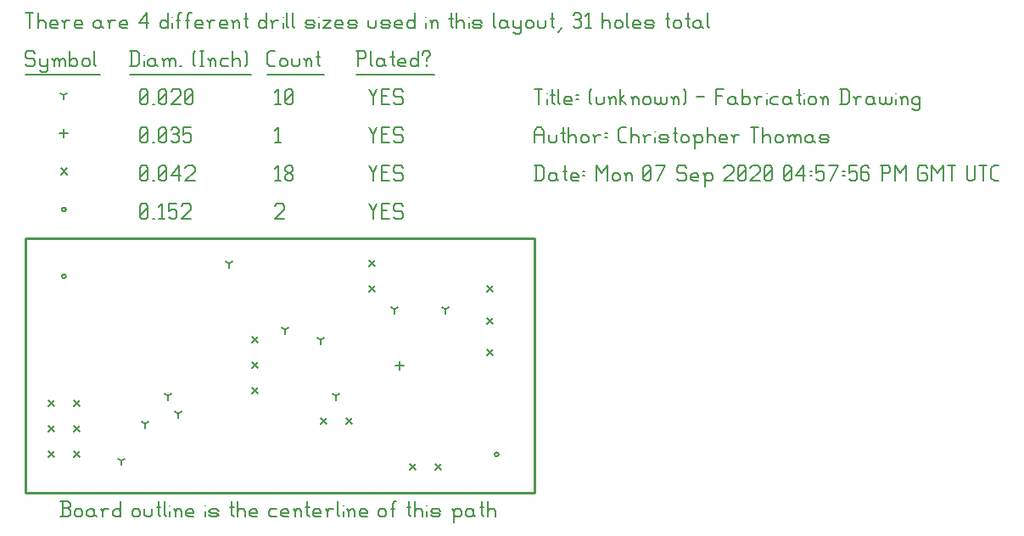
<source format=gbr>
G04 start of page 10 for group -3984 idx -3984 *
G04 Title: (unknown), fab *
G04 Creator: pcb 20140316 *
G04 CreationDate: Mon 07 Sep 2020 04:57:56 PM GMT UTC *
G04 For: thomasc *
G04 Format: Gerber/RS-274X *
G04 PCB-Dimensions (mil): 2000.00 1000.00 *
G04 PCB-Coordinate-Origin: lower left *
%MOIN*%
%FSLAX25Y25*%
%LNFAB*%
%ADD66C,0.0100*%
%ADD65C,0.0075*%
%ADD64C,0.0060*%
%ADD63R,0.0080X0.0080*%
G54D63*X14200Y85000D02*G75*G03X15800Y85000I800J0D01*G01*
G75*G03X14200Y85000I-800J0D01*G01*
X184200Y15000D02*G75*G03X185800Y15000I800J0D01*G01*
G75*G03X184200Y15000I-800J0D01*G01*
X14200Y111250D02*G75*G03X15800Y111250I800J0D01*G01*
G75*G03X14200Y111250I-800J0D01*G01*
G54D64*X135000Y113500D02*X136500Y110500D01*
X138000Y113500D01*
X136500Y110500D02*Y107500D01*
X139800Y110800D02*X142050D01*
X139800Y107500D02*X142800D01*
X139800Y113500D02*Y107500D01*
Y113500D02*X142800D01*
X147600D02*X148350Y112750D01*
X145350Y113500D02*X147600D01*
X144600Y112750D02*X145350Y113500D01*
X144600Y112750D02*Y111250D01*
X145350Y110500D01*
X147600D01*
X148350Y109750D01*
Y108250D01*
X147600Y107500D02*X148350Y108250D01*
X145350Y107500D02*X147600D01*
X144600Y108250D02*X145350Y107500D01*
X98000Y112750D02*X98750Y113500D01*
X101000D01*
X101750Y112750D01*
Y111250D01*
X98000Y107500D02*X101750Y111250D01*
X98000Y107500D02*X101750D01*
X45000Y108250D02*X45750Y107500D01*
X45000Y112750D02*Y108250D01*
Y112750D02*X45750Y113500D01*
X47250D01*
X48000Y112750D01*
Y108250D01*
X47250Y107500D02*X48000Y108250D01*
X45750Y107500D02*X47250D01*
X45000Y109000D02*X48000Y112000D01*
X49800Y107500D02*X50550D01*
X52350Y112300D02*X53550Y113500D01*
Y107500D01*
X52350D02*X54600D01*
X56400Y113500D02*X59400D01*
X56400D02*Y110500D01*
X57150Y111250D01*
X58650D01*
X59400Y110500D01*
Y108250D01*
X58650Y107500D02*X59400Y108250D01*
X57150Y107500D02*X58650D01*
X56400Y108250D02*X57150Y107500D01*
X61200Y112750D02*X61950Y113500D01*
X64200D01*
X64950Y112750D01*
Y111250D01*
X61200Y107500D02*X64950Y111250D01*
X61200Y107500D02*X64950D01*
X181300Y68700D02*X183700Y66300D01*
X181300D02*X183700Y68700D01*
X181300Y81200D02*X183700Y78800D01*
X181300D02*X183700Y81200D01*
X181300Y56200D02*X183700Y53800D01*
X181300D02*X183700Y56200D01*
X8800Y16200D02*X11200Y13800D01*
X8800D02*X11200Y16200D01*
X8800Y26200D02*X11200Y23800D01*
X8800D02*X11200Y26200D01*
X8800Y36200D02*X11200Y33800D01*
X8800D02*X11200Y36200D01*
X18800Y16200D02*X21200Y13800D01*
X18800D02*X21200Y16200D01*
X18800Y26200D02*X21200Y23800D01*
X18800D02*X21200Y26200D01*
X18800Y36200D02*X21200Y33800D01*
X18800D02*X21200Y36200D01*
X134800Y81200D02*X137200Y78800D01*
X134800D02*X137200Y81200D01*
X134800Y91200D02*X137200Y88800D01*
X134800D02*X137200Y91200D01*
X88800Y41200D02*X91200Y38800D01*
X88800D02*X91200Y41200D01*
X88800Y51200D02*X91200Y48800D01*
X88800D02*X91200Y51200D01*
X88800Y61200D02*X91200Y58800D01*
X88800D02*X91200Y61200D01*
X125800Y29200D02*X128200Y26800D01*
X125800D02*X128200Y29200D01*
X115800D02*X118200Y26800D01*
X115800D02*X118200Y29200D01*
X150800Y11200D02*X153200Y8800D01*
X150800D02*X153200Y11200D01*
X160800D02*X163200Y8800D01*
X160800D02*X163200Y11200D01*
X13800Y127450D02*X16200Y125050D01*
X13800D02*X16200Y127450D01*
X135000Y128500D02*X136500Y125500D01*
X138000Y128500D01*
X136500Y125500D02*Y122500D01*
X139800Y125800D02*X142050D01*
X139800Y122500D02*X142800D01*
X139800Y128500D02*Y122500D01*
Y128500D02*X142800D01*
X147600D02*X148350Y127750D01*
X145350Y128500D02*X147600D01*
X144600Y127750D02*X145350Y128500D01*
X144600Y127750D02*Y126250D01*
X145350Y125500D01*
X147600D01*
X148350Y124750D01*
Y123250D01*
X147600Y122500D02*X148350Y123250D01*
X145350Y122500D02*X147600D01*
X144600Y123250D02*X145350Y122500D01*
X98000Y127300D02*X99200Y128500D01*
Y122500D01*
X98000D02*X100250D01*
X102050Y123250D02*X102800Y122500D01*
X102050Y124450D02*Y123250D01*
Y124450D02*X103100Y125500D01*
X104000D01*
X105050Y124450D01*
Y123250D01*
X104300Y122500D02*X105050Y123250D01*
X102800Y122500D02*X104300D01*
X102050Y126550D02*X103100Y125500D01*
X102050Y127750D02*Y126550D01*
Y127750D02*X102800Y128500D01*
X104300D01*
X105050Y127750D01*
Y126550D01*
X104000Y125500D02*X105050Y126550D01*
X45000Y123250D02*X45750Y122500D01*
X45000Y127750D02*Y123250D01*
Y127750D02*X45750Y128500D01*
X47250D01*
X48000Y127750D01*
Y123250D01*
X47250Y122500D02*X48000Y123250D01*
X45750Y122500D02*X47250D01*
X45000Y124000D02*X48000Y127000D01*
X49800Y122500D02*X50550D01*
X52350Y123250D02*X53100Y122500D01*
X52350Y127750D02*Y123250D01*
Y127750D02*X53100Y128500D01*
X54600D01*
X55350Y127750D01*
Y123250D01*
X54600Y122500D02*X55350Y123250D01*
X53100Y122500D02*X54600D01*
X52350Y124000D02*X55350Y127000D01*
X57150Y124750D02*X60150Y128500D01*
X57150Y124750D02*X60900D01*
X60150Y128500D02*Y122500D01*
X62700Y127750D02*X63450Y128500D01*
X65700D01*
X66450Y127750D01*
Y126250D01*
X62700Y122500D02*X66450Y126250D01*
X62700Y122500D02*X66450D01*
X147000Y51600D02*Y48400D01*
X145400Y50000D02*X148600D01*
X15000Y142850D02*Y139650D01*
X13400Y141250D02*X16600D01*
X135000Y143500D02*X136500Y140500D01*
X138000Y143500D01*
X136500Y140500D02*Y137500D01*
X139800Y140800D02*X142050D01*
X139800Y137500D02*X142800D01*
X139800Y143500D02*Y137500D01*
Y143500D02*X142800D01*
X147600D02*X148350Y142750D01*
X145350Y143500D02*X147600D01*
X144600Y142750D02*X145350Y143500D01*
X144600Y142750D02*Y141250D01*
X145350Y140500D01*
X147600D01*
X148350Y139750D01*
Y138250D01*
X147600Y137500D02*X148350Y138250D01*
X145350Y137500D02*X147600D01*
X144600Y138250D02*X145350Y137500D01*
X98000Y142300D02*X99200Y143500D01*
Y137500D01*
X98000D02*X100250D01*
X45000Y138250D02*X45750Y137500D01*
X45000Y142750D02*Y138250D01*
Y142750D02*X45750Y143500D01*
X47250D01*
X48000Y142750D01*
Y138250D01*
X47250Y137500D02*X48000Y138250D01*
X45750Y137500D02*X47250D01*
X45000Y139000D02*X48000Y142000D01*
X49800Y137500D02*X50550D01*
X52350Y138250D02*X53100Y137500D01*
X52350Y142750D02*Y138250D01*
Y142750D02*X53100Y143500D01*
X54600D01*
X55350Y142750D01*
Y138250D01*
X54600Y137500D02*X55350Y138250D01*
X53100Y137500D02*X54600D01*
X52350Y139000D02*X55350Y142000D01*
X57150Y142750D02*X57900Y143500D01*
X59400D01*
X60150Y142750D01*
X59400Y137500D02*X60150Y138250D01*
X57900Y137500D02*X59400D01*
X57150Y138250D02*X57900Y137500D01*
Y140800D02*X59400D01*
X60150Y142750D02*Y141550D01*
Y140050D02*Y138250D01*
Y140050D02*X59400Y140800D01*
X60150Y141550D02*X59400Y140800D01*
X61950Y143500D02*X64950D01*
X61950D02*Y140500D01*
X62700Y141250D01*
X64200D01*
X64950Y140500D01*
Y138250D01*
X64200Y137500D02*X64950Y138250D01*
X62700Y137500D02*X64200D01*
X61950Y138250D02*X62700Y137500D01*
X37500Y12500D02*Y10900D01*
Y12500D02*X38887Y13300D01*
X37500Y12500D02*X36113Y13300D01*
X47000Y27000D02*Y25400D01*
Y27000D02*X48387Y27800D01*
X47000Y27000D02*X45613Y27800D01*
X56000Y38000D02*Y36400D01*
Y38000D02*X57387Y38800D01*
X56000Y38000D02*X54613Y38800D01*
X60000Y31000D02*Y29400D01*
Y31000D02*X61387Y31800D01*
X60000Y31000D02*X58613Y31800D01*
X145000Y72000D02*Y70400D01*
Y72000D02*X146387Y72800D01*
X145000Y72000D02*X143613Y72800D01*
X122000Y38000D02*Y36400D01*
Y38000D02*X123387Y38800D01*
X122000Y38000D02*X120613Y38800D01*
X165000Y72000D02*Y70400D01*
Y72000D02*X166387Y72800D01*
X165000Y72000D02*X163613Y72800D01*
X80000Y90000D02*Y88400D01*
Y90000D02*X81387Y90800D01*
X80000Y90000D02*X78613Y90800D01*
X102000Y64000D02*Y62400D01*
Y64000D02*X103387Y64800D01*
X102000Y64000D02*X100613Y64800D01*
X116000Y60000D02*Y58400D01*
Y60000D02*X117387Y60800D01*
X116000Y60000D02*X114613Y60800D01*
X15000Y156250D02*Y154650D01*
Y156250D02*X16387Y157050D01*
X15000Y156250D02*X13613Y157050D01*
X135000Y158500D02*X136500Y155500D01*
X138000Y158500D01*
X136500Y155500D02*Y152500D01*
X139800Y155800D02*X142050D01*
X139800Y152500D02*X142800D01*
X139800Y158500D02*Y152500D01*
Y158500D02*X142800D01*
X147600D02*X148350Y157750D01*
X145350Y158500D02*X147600D01*
X144600Y157750D02*X145350Y158500D01*
X144600Y157750D02*Y156250D01*
X145350Y155500D01*
X147600D01*
X148350Y154750D01*
Y153250D01*
X147600Y152500D02*X148350Y153250D01*
X145350Y152500D02*X147600D01*
X144600Y153250D02*X145350Y152500D01*
X98000Y157300D02*X99200Y158500D01*
Y152500D01*
X98000D02*X100250D01*
X102050Y153250D02*X102800Y152500D01*
X102050Y157750D02*Y153250D01*
Y157750D02*X102800Y158500D01*
X104300D01*
X105050Y157750D01*
Y153250D01*
X104300Y152500D02*X105050Y153250D01*
X102800Y152500D02*X104300D01*
X102050Y154000D02*X105050Y157000D01*
X45000Y153250D02*X45750Y152500D01*
X45000Y157750D02*Y153250D01*
Y157750D02*X45750Y158500D01*
X47250D01*
X48000Y157750D01*
Y153250D01*
X47250Y152500D02*X48000Y153250D01*
X45750Y152500D02*X47250D01*
X45000Y154000D02*X48000Y157000D01*
X49800Y152500D02*X50550D01*
X52350Y153250D02*X53100Y152500D01*
X52350Y157750D02*Y153250D01*
Y157750D02*X53100Y158500D01*
X54600D01*
X55350Y157750D01*
Y153250D01*
X54600Y152500D02*X55350Y153250D01*
X53100Y152500D02*X54600D01*
X52350Y154000D02*X55350Y157000D01*
X57150Y157750D02*X57900Y158500D01*
X60150D01*
X60900Y157750D01*
Y156250D01*
X57150Y152500D02*X60900Y156250D01*
X57150Y152500D02*X60900D01*
X62700Y153250D02*X63450Y152500D01*
X62700Y157750D02*Y153250D01*
Y157750D02*X63450Y158500D01*
X64950D01*
X65700Y157750D01*
Y153250D01*
X64950Y152500D02*X65700Y153250D01*
X63450Y152500D02*X64950D01*
X62700Y154000D02*X65700Y157000D01*
X3000Y173500D02*X3750Y172750D01*
X750Y173500D02*X3000D01*
X0Y172750D02*X750Y173500D01*
X0Y172750D02*Y171250D01*
X750Y170500D01*
X3000D01*
X3750Y169750D01*
Y168250D01*
X3000Y167500D02*X3750Y168250D01*
X750Y167500D02*X3000D01*
X0Y168250D02*X750Y167500D01*
X5550Y170500D02*Y168250D01*
X6300Y167500D01*
X8550Y170500D02*Y166000D01*
X7800Y165250D02*X8550Y166000D01*
X6300Y165250D02*X7800D01*
X5550Y166000D02*X6300Y165250D01*
Y167500D02*X7800D01*
X8550Y168250D01*
X11100Y169750D02*Y167500D01*
Y169750D02*X11850Y170500D01*
X12600D01*
X13350Y169750D01*
Y167500D01*
Y169750D02*X14100Y170500D01*
X14850D01*
X15600Y169750D01*
Y167500D01*
X10350Y170500D02*X11100Y169750D01*
X17400Y173500D02*Y167500D01*
Y168250D02*X18150Y167500D01*
X19650D01*
X20400Y168250D01*
Y169750D02*Y168250D01*
X19650Y170500D02*X20400Y169750D01*
X18150Y170500D02*X19650D01*
X17400Y169750D02*X18150Y170500D01*
X22200Y169750D02*Y168250D01*
Y169750D02*X22950Y170500D01*
X24450D01*
X25200Y169750D01*
Y168250D01*
X24450Y167500D02*X25200Y168250D01*
X22950Y167500D02*X24450D01*
X22200Y168250D02*X22950Y167500D01*
X27000Y173500D02*Y168250D01*
X27750Y167500D01*
X0Y164250D02*X29250D01*
X41750Y173500D02*Y167500D01*
X43700Y173500D02*X44750Y172450D01*
Y168550D01*
X43700Y167500D02*X44750Y168550D01*
X41000Y167500D02*X43700D01*
X41000Y173500D02*X43700D01*
G54D65*X46550Y172000D02*Y171850D01*
G54D64*Y169750D02*Y167500D01*
X50300Y170500D02*X51050Y169750D01*
X48800Y170500D02*X50300D01*
X48050Y169750D02*X48800Y170500D01*
X48050Y169750D02*Y168250D01*
X48800Y167500D01*
X51050Y170500D02*Y168250D01*
X51800Y167500D01*
X48800D02*X50300D01*
X51050Y168250D01*
X54350Y169750D02*Y167500D01*
Y169750D02*X55100Y170500D01*
X55850D01*
X56600Y169750D01*
Y167500D01*
Y169750D02*X57350Y170500D01*
X58100D01*
X58850Y169750D01*
Y167500D01*
X53600Y170500D02*X54350Y169750D01*
X60650Y167500D02*X61400D01*
X65900Y168250D02*X66650Y167500D01*
X65900Y172750D02*X66650Y173500D01*
X65900Y172750D02*Y168250D01*
X68450Y173500D02*X69950D01*
X69200D02*Y167500D01*
X68450D02*X69950D01*
X72500Y169750D02*Y167500D01*
Y169750D02*X73250Y170500D01*
X74000D01*
X74750Y169750D01*
Y167500D01*
X71750Y170500D02*X72500Y169750D01*
X77300Y170500D02*X79550D01*
X76550Y169750D02*X77300Y170500D01*
X76550Y169750D02*Y168250D01*
X77300Y167500D01*
X79550D01*
X81350Y173500D02*Y167500D01*
Y169750D02*X82100Y170500D01*
X83600D01*
X84350Y169750D01*
Y167500D01*
X86150Y173500D02*X86900Y172750D01*
Y168250D01*
X86150Y167500D02*X86900Y168250D01*
X41000Y164250D02*X88700D01*
X96050Y167500D02*X98000D01*
X95000Y168550D02*X96050Y167500D01*
X95000Y172450D02*Y168550D01*
Y172450D02*X96050Y173500D01*
X98000D01*
X99800Y169750D02*Y168250D01*
Y169750D02*X100550Y170500D01*
X102050D01*
X102800Y169750D01*
Y168250D01*
X102050Y167500D02*X102800Y168250D01*
X100550Y167500D02*X102050D01*
X99800Y168250D02*X100550Y167500D01*
X104600Y170500D02*Y168250D01*
X105350Y167500D01*
X106850D01*
X107600Y168250D01*
Y170500D02*Y168250D01*
X110150Y169750D02*Y167500D01*
Y169750D02*X110900Y170500D01*
X111650D01*
X112400Y169750D01*
Y167500D01*
X109400Y170500D02*X110150Y169750D01*
X114950Y173500D02*Y168250D01*
X115700Y167500D01*
X114200Y171250D02*X115700D01*
X95000Y164250D02*X117200D01*
X130750Y173500D02*Y167500D01*
X130000Y173500D02*X133000D01*
X133750Y172750D01*
Y171250D01*
X133000Y170500D02*X133750Y171250D01*
X130750Y170500D02*X133000D01*
X135550Y173500D02*Y168250D01*
X136300Y167500D01*
X140050Y170500D02*X140800Y169750D01*
X138550Y170500D02*X140050D01*
X137800Y169750D02*X138550Y170500D01*
X137800Y169750D02*Y168250D01*
X138550Y167500D01*
X140800Y170500D02*Y168250D01*
X141550Y167500D01*
X138550D02*X140050D01*
X140800Y168250D01*
X144100Y173500D02*Y168250D01*
X144850Y167500D01*
X143350Y171250D02*X144850D01*
X147100Y167500D02*X149350D01*
X146350Y168250D02*X147100Y167500D01*
X146350Y169750D02*Y168250D01*
Y169750D02*X147100Y170500D01*
X148600D01*
X149350Y169750D01*
X146350Y169000D02*X149350D01*
Y169750D02*Y169000D01*
X154150Y173500D02*Y167500D01*
X153400D02*X154150Y168250D01*
X151900Y167500D02*X153400D01*
X151150Y168250D02*X151900Y167500D01*
X151150Y169750D02*Y168250D01*
Y169750D02*X151900Y170500D01*
X153400D01*
X154150Y169750D01*
X157450Y170500D02*Y169750D01*
Y168250D02*Y167500D01*
X155950Y172750D02*Y172000D01*
Y172750D02*X156700Y173500D01*
X158200D01*
X158950Y172750D01*
Y172000D01*
X157450Y170500D02*X158950Y172000D01*
X130000Y164250D02*X160750D01*
X0Y188500D02*X3000D01*
X1500D02*Y182500D01*
X4800Y188500D02*Y182500D01*
Y184750D02*X5550Y185500D01*
X7050D01*
X7800Y184750D01*
Y182500D01*
X10350D02*X12600D01*
X9600Y183250D02*X10350Y182500D01*
X9600Y184750D02*Y183250D01*
Y184750D02*X10350Y185500D01*
X11850D01*
X12600Y184750D01*
X9600Y184000D02*X12600D01*
Y184750D02*Y184000D01*
X15150Y184750D02*Y182500D01*
Y184750D02*X15900Y185500D01*
X17400D01*
X14400D02*X15150Y184750D01*
X19950Y182500D02*X22200D01*
X19200Y183250D02*X19950Y182500D01*
X19200Y184750D02*Y183250D01*
Y184750D02*X19950Y185500D01*
X21450D01*
X22200Y184750D01*
X19200Y184000D02*X22200D01*
Y184750D02*Y184000D01*
X28950Y185500D02*X29700Y184750D01*
X27450Y185500D02*X28950D01*
X26700Y184750D02*X27450Y185500D01*
X26700Y184750D02*Y183250D01*
X27450Y182500D01*
X29700Y185500D02*Y183250D01*
X30450Y182500D01*
X27450D02*X28950D01*
X29700Y183250D01*
X33000Y184750D02*Y182500D01*
Y184750D02*X33750Y185500D01*
X35250D01*
X32250D02*X33000Y184750D01*
X37800Y182500D02*X40050D01*
X37050Y183250D02*X37800Y182500D01*
X37050Y184750D02*Y183250D01*
Y184750D02*X37800Y185500D01*
X39300D01*
X40050Y184750D01*
X37050Y184000D02*X40050D01*
Y184750D02*Y184000D01*
X44550Y184750D02*X47550Y188500D01*
X44550Y184750D02*X48300D01*
X47550Y188500D02*Y182500D01*
X55800Y188500D02*Y182500D01*
X55050D02*X55800Y183250D01*
X53550Y182500D02*X55050D01*
X52800Y183250D02*X53550Y182500D01*
X52800Y184750D02*Y183250D01*
Y184750D02*X53550Y185500D01*
X55050D01*
X55800Y184750D01*
G54D65*X57600Y187000D02*Y186850D01*
G54D64*Y184750D02*Y182500D01*
X59850Y187750D02*Y182500D01*
Y187750D02*X60600Y188500D01*
X61350D01*
X59100Y185500D02*X60600D01*
X63600Y187750D02*Y182500D01*
Y187750D02*X64350Y188500D01*
X65100D01*
X62850Y185500D02*X64350D01*
X67350Y182500D02*X69600D01*
X66600Y183250D02*X67350Y182500D01*
X66600Y184750D02*Y183250D01*
Y184750D02*X67350Y185500D01*
X68850D01*
X69600Y184750D01*
X66600Y184000D02*X69600D01*
Y184750D02*Y184000D01*
X72150Y184750D02*Y182500D01*
Y184750D02*X72900Y185500D01*
X74400D01*
X71400D02*X72150Y184750D01*
X76950Y182500D02*X79200D01*
X76200Y183250D02*X76950Y182500D01*
X76200Y184750D02*Y183250D01*
Y184750D02*X76950Y185500D01*
X78450D01*
X79200Y184750D01*
X76200Y184000D02*X79200D01*
Y184750D02*Y184000D01*
X81750Y184750D02*Y182500D01*
Y184750D02*X82500Y185500D01*
X83250D01*
X84000Y184750D01*
Y182500D01*
X81000Y185500D02*X81750Y184750D01*
X86550Y188500D02*Y183250D01*
X87300Y182500D01*
X85800Y186250D02*X87300D01*
X94500Y188500D02*Y182500D01*
X93750D02*X94500Y183250D01*
X92250Y182500D02*X93750D01*
X91500Y183250D02*X92250Y182500D01*
X91500Y184750D02*Y183250D01*
Y184750D02*X92250Y185500D01*
X93750D01*
X94500Y184750D01*
X97050D02*Y182500D01*
Y184750D02*X97800Y185500D01*
X99300D01*
X96300D02*X97050Y184750D01*
G54D65*X101100Y187000D02*Y186850D01*
G54D64*Y184750D02*Y182500D01*
X102600Y188500D02*Y183250D01*
X103350Y182500D01*
X104850Y188500D02*Y183250D01*
X105600Y182500D01*
X110550D02*X112800D01*
X113550Y183250D01*
X112800Y184000D02*X113550Y183250D01*
X110550Y184000D02*X112800D01*
X109800Y184750D02*X110550Y184000D01*
X109800Y184750D02*X110550Y185500D01*
X112800D01*
X113550Y184750D01*
X109800Y183250D02*X110550Y182500D01*
G54D65*X115350Y187000D02*Y186850D01*
G54D64*Y184750D02*Y182500D01*
X116850Y185500D02*X119850D01*
X116850Y182500D02*X119850Y185500D01*
X116850Y182500D02*X119850D01*
X122400D02*X124650D01*
X121650Y183250D02*X122400Y182500D01*
X121650Y184750D02*Y183250D01*
Y184750D02*X122400Y185500D01*
X123900D01*
X124650Y184750D01*
X121650Y184000D02*X124650D01*
Y184750D02*Y184000D01*
X127200Y182500D02*X129450D01*
X130200Y183250D01*
X129450Y184000D02*X130200Y183250D01*
X127200Y184000D02*X129450D01*
X126450Y184750D02*X127200Y184000D01*
X126450Y184750D02*X127200Y185500D01*
X129450D01*
X130200Y184750D01*
X126450Y183250D02*X127200Y182500D01*
X134700Y185500D02*Y183250D01*
X135450Y182500D01*
X136950D01*
X137700Y183250D01*
Y185500D02*Y183250D01*
X140250Y182500D02*X142500D01*
X143250Y183250D01*
X142500Y184000D02*X143250Y183250D01*
X140250Y184000D02*X142500D01*
X139500Y184750D02*X140250Y184000D01*
X139500Y184750D02*X140250Y185500D01*
X142500D01*
X143250Y184750D01*
X139500Y183250D02*X140250Y182500D01*
X145800D02*X148050D01*
X145050Y183250D02*X145800Y182500D01*
X145050Y184750D02*Y183250D01*
Y184750D02*X145800Y185500D01*
X147300D01*
X148050Y184750D01*
X145050Y184000D02*X148050D01*
Y184750D02*Y184000D01*
X152850Y188500D02*Y182500D01*
X152100D02*X152850Y183250D01*
X150600Y182500D02*X152100D01*
X149850Y183250D02*X150600Y182500D01*
X149850Y184750D02*Y183250D01*
Y184750D02*X150600Y185500D01*
X152100D01*
X152850Y184750D01*
G54D65*X157350Y187000D02*Y186850D01*
G54D64*Y184750D02*Y182500D01*
X159600Y184750D02*Y182500D01*
Y184750D02*X160350Y185500D01*
X161100D01*
X161850Y184750D01*
Y182500D01*
X158850Y185500D02*X159600Y184750D01*
X167100Y188500D02*Y183250D01*
X167850Y182500D01*
X166350Y186250D02*X167850D01*
X169350Y188500D02*Y182500D01*
Y184750D02*X170100Y185500D01*
X171600D01*
X172350Y184750D01*
Y182500D01*
G54D65*X174150Y187000D02*Y186850D01*
G54D64*Y184750D02*Y182500D01*
X176400D02*X178650D01*
X179400Y183250D01*
X178650Y184000D02*X179400Y183250D01*
X176400Y184000D02*X178650D01*
X175650Y184750D02*X176400Y184000D01*
X175650Y184750D02*X176400Y185500D01*
X178650D01*
X179400Y184750D01*
X175650Y183250D02*X176400Y182500D01*
X183900Y188500D02*Y183250D01*
X184650Y182500D01*
X188400Y185500D02*X189150Y184750D01*
X186900Y185500D02*X188400D01*
X186150Y184750D02*X186900Y185500D01*
X186150Y184750D02*Y183250D01*
X186900Y182500D01*
X189150Y185500D02*Y183250D01*
X189900Y182500D01*
X186900D02*X188400D01*
X189150Y183250D01*
X191700Y185500D02*Y183250D01*
X192450Y182500D01*
X194700Y185500D02*Y181000D01*
X193950Y180250D02*X194700Y181000D01*
X192450Y180250D02*X193950D01*
X191700Y181000D02*X192450Y180250D01*
Y182500D02*X193950D01*
X194700Y183250D01*
X196500Y184750D02*Y183250D01*
Y184750D02*X197250Y185500D01*
X198750D01*
X199500Y184750D01*
Y183250D01*
X198750Y182500D02*X199500Y183250D01*
X197250Y182500D02*X198750D01*
X196500Y183250D02*X197250Y182500D01*
X201300Y185500D02*Y183250D01*
X202050Y182500D01*
X203550D01*
X204300Y183250D01*
Y185500D02*Y183250D01*
X206850Y188500D02*Y183250D01*
X207600Y182500D01*
X206100Y186250D02*X207600D01*
X209100Y181000D02*X210600Y182500D01*
X215100Y187750D02*X215850Y188500D01*
X217350D01*
X218100Y187750D01*
X217350Y182500D02*X218100Y183250D01*
X215850Y182500D02*X217350D01*
X215100Y183250D02*X215850Y182500D01*
Y185800D02*X217350D01*
X218100Y187750D02*Y186550D01*
Y185050D02*Y183250D01*
Y185050D02*X217350Y185800D01*
X218100Y186550D02*X217350Y185800D01*
X219900Y187300D02*X221100Y188500D01*
Y182500D01*
X219900D02*X222150D01*
X226650Y188500D02*Y182500D01*
Y184750D02*X227400Y185500D01*
X228900D01*
X229650Y184750D01*
Y182500D01*
X231450Y184750D02*Y183250D01*
Y184750D02*X232200Y185500D01*
X233700D01*
X234450Y184750D01*
Y183250D01*
X233700Y182500D02*X234450Y183250D01*
X232200Y182500D02*X233700D01*
X231450Y183250D02*X232200Y182500D01*
X236250Y188500D02*Y183250D01*
X237000Y182500D01*
X239250D02*X241500D01*
X238500Y183250D02*X239250Y182500D01*
X238500Y184750D02*Y183250D01*
Y184750D02*X239250Y185500D01*
X240750D01*
X241500Y184750D01*
X238500Y184000D02*X241500D01*
Y184750D02*Y184000D01*
X244050Y182500D02*X246300D01*
X247050Y183250D01*
X246300Y184000D02*X247050Y183250D01*
X244050Y184000D02*X246300D01*
X243300Y184750D02*X244050Y184000D01*
X243300Y184750D02*X244050Y185500D01*
X246300D01*
X247050Y184750D01*
X243300Y183250D02*X244050Y182500D01*
X252300Y188500D02*Y183250D01*
X253050Y182500D01*
X251550Y186250D02*X253050D01*
X254550Y184750D02*Y183250D01*
Y184750D02*X255300Y185500D01*
X256800D01*
X257550Y184750D01*
Y183250D01*
X256800Y182500D02*X257550Y183250D01*
X255300Y182500D02*X256800D01*
X254550Y183250D02*X255300Y182500D01*
X260100Y188500D02*Y183250D01*
X260850Y182500D01*
X259350Y186250D02*X260850D01*
X264600Y185500D02*X265350Y184750D01*
X263100Y185500D02*X264600D01*
X262350Y184750D02*X263100Y185500D01*
X262350Y184750D02*Y183250D01*
X263100Y182500D01*
X265350Y185500D02*Y183250D01*
X266100Y182500D01*
X263100D02*X264600D01*
X265350Y183250D01*
X267900Y188500D02*Y183250D01*
X268650Y182500D01*
G54D66*X0Y100000D02*Y0D01*
X200000D01*
Y100000D01*
X0D01*
G54D64*X13675Y-9500D02*X16675D01*
X17425Y-8750D01*
Y-6950D02*Y-8750D01*
X16675Y-6200D02*X17425Y-6950D01*
X14425Y-6200D02*X16675D01*
X14425Y-3500D02*Y-9500D01*
X13675Y-3500D02*X16675D01*
X17425Y-4250D01*
Y-5450D01*
X16675Y-6200D02*X17425Y-5450D01*
X19225Y-7250D02*Y-8750D01*
Y-7250D02*X19975Y-6500D01*
X21475D01*
X22225Y-7250D01*
Y-8750D01*
X21475Y-9500D02*X22225Y-8750D01*
X19975Y-9500D02*X21475D01*
X19225Y-8750D02*X19975Y-9500D01*
X26275Y-6500D02*X27025Y-7250D01*
X24775Y-6500D02*X26275D01*
X24025Y-7250D02*X24775Y-6500D01*
X24025Y-7250D02*Y-8750D01*
X24775Y-9500D01*
X27025Y-6500D02*Y-8750D01*
X27775Y-9500D01*
X24775D02*X26275D01*
X27025Y-8750D01*
X30325Y-7250D02*Y-9500D01*
Y-7250D02*X31075Y-6500D01*
X32575D01*
X29575D02*X30325Y-7250D01*
X37375Y-3500D02*Y-9500D01*
X36625D02*X37375Y-8750D01*
X35125Y-9500D02*X36625D01*
X34375Y-8750D02*X35125Y-9500D01*
X34375Y-7250D02*Y-8750D01*
Y-7250D02*X35125Y-6500D01*
X36625D01*
X37375Y-7250D01*
X41875D02*Y-8750D01*
Y-7250D02*X42625Y-6500D01*
X44125D01*
X44875Y-7250D01*
Y-8750D01*
X44125Y-9500D02*X44875Y-8750D01*
X42625Y-9500D02*X44125D01*
X41875Y-8750D02*X42625Y-9500D01*
X46675Y-6500D02*Y-8750D01*
X47425Y-9500D01*
X48925D01*
X49675Y-8750D01*
Y-6500D02*Y-8750D01*
X52225Y-3500D02*Y-8750D01*
X52975Y-9500D01*
X51475Y-5750D02*X52975D01*
X54475Y-3500D02*Y-8750D01*
X55225Y-9500D01*
G54D65*X56725Y-5000D02*Y-5150D01*
G54D64*Y-7250D02*Y-9500D01*
X58975Y-7250D02*Y-9500D01*
Y-7250D02*X59725Y-6500D01*
X60475D01*
X61225Y-7250D01*
Y-9500D01*
X58225Y-6500D02*X58975Y-7250D01*
X63775Y-9500D02*X66025D01*
X63025Y-8750D02*X63775Y-9500D01*
X63025Y-7250D02*Y-8750D01*
Y-7250D02*X63775Y-6500D01*
X65275D01*
X66025Y-7250D01*
X63025Y-8000D02*X66025D01*
Y-7250D02*Y-8000D01*
G54D65*X70525Y-5000D02*Y-5150D01*
G54D64*Y-7250D02*Y-9500D01*
X72775D02*X75025D01*
X75775Y-8750D01*
X75025Y-8000D02*X75775Y-8750D01*
X72775Y-8000D02*X75025D01*
X72025Y-7250D02*X72775Y-8000D01*
X72025Y-7250D02*X72775Y-6500D01*
X75025D01*
X75775Y-7250D01*
X72025Y-8750D02*X72775Y-9500D01*
X81025Y-3500D02*Y-8750D01*
X81775Y-9500D01*
X80275Y-5750D02*X81775D01*
X83275Y-3500D02*Y-9500D01*
Y-7250D02*X84025Y-6500D01*
X85525D01*
X86275Y-7250D01*
Y-9500D01*
X88825D02*X91075D01*
X88075Y-8750D02*X88825Y-9500D01*
X88075Y-7250D02*Y-8750D01*
Y-7250D02*X88825Y-6500D01*
X90325D01*
X91075Y-7250D01*
X88075Y-8000D02*X91075D01*
Y-7250D02*Y-8000D01*
X96325Y-6500D02*X98575D01*
X95575Y-7250D02*X96325Y-6500D01*
X95575Y-7250D02*Y-8750D01*
X96325Y-9500D01*
X98575D01*
X101125D02*X103375D01*
X100375Y-8750D02*X101125Y-9500D01*
X100375Y-7250D02*Y-8750D01*
Y-7250D02*X101125Y-6500D01*
X102625D01*
X103375Y-7250D01*
X100375Y-8000D02*X103375D01*
Y-7250D02*Y-8000D01*
X105925Y-7250D02*Y-9500D01*
Y-7250D02*X106675Y-6500D01*
X107425D01*
X108175Y-7250D01*
Y-9500D01*
X105175Y-6500D02*X105925Y-7250D01*
X110725Y-3500D02*Y-8750D01*
X111475Y-9500D01*
X109975Y-5750D02*X111475D01*
X113725Y-9500D02*X115975D01*
X112975Y-8750D02*X113725Y-9500D01*
X112975Y-7250D02*Y-8750D01*
Y-7250D02*X113725Y-6500D01*
X115225D01*
X115975Y-7250D01*
X112975Y-8000D02*X115975D01*
Y-7250D02*Y-8000D01*
X118525Y-7250D02*Y-9500D01*
Y-7250D02*X119275Y-6500D01*
X120775D01*
X117775D02*X118525Y-7250D01*
X122575Y-3500D02*Y-8750D01*
X123325Y-9500D01*
G54D65*X124825Y-5000D02*Y-5150D01*
G54D64*Y-7250D02*Y-9500D01*
X127075Y-7250D02*Y-9500D01*
Y-7250D02*X127825Y-6500D01*
X128575D01*
X129325Y-7250D01*
Y-9500D01*
X126325Y-6500D02*X127075Y-7250D01*
X131875Y-9500D02*X134125D01*
X131125Y-8750D02*X131875Y-9500D01*
X131125Y-7250D02*Y-8750D01*
Y-7250D02*X131875Y-6500D01*
X133375D01*
X134125Y-7250D01*
X131125Y-8000D02*X134125D01*
Y-7250D02*Y-8000D01*
X138625Y-7250D02*Y-8750D01*
Y-7250D02*X139375Y-6500D01*
X140875D01*
X141625Y-7250D01*
Y-8750D01*
X140875Y-9500D02*X141625Y-8750D01*
X139375Y-9500D02*X140875D01*
X138625Y-8750D02*X139375Y-9500D01*
X144175Y-4250D02*Y-9500D01*
Y-4250D02*X144925Y-3500D01*
X145675D01*
X143425Y-6500D02*X144925D01*
X150625Y-3500D02*Y-8750D01*
X151375Y-9500D01*
X149875Y-5750D02*X151375D01*
X152875Y-3500D02*Y-9500D01*
Y-7250D02*X153625Y-6500D01*
X155125D01*
X155875Y-7250D01*
Y-9500D01*
G54D65*X157675Y-5000D02*Y-5150D01*
G54D64*Y-7250D02*Y-9500D01*
X159925D02*X162175D01*
X162925Y-8750D01*
X162175Y-8000D02*X162925Y-8750D01*
X159925Y-8000D02*X162175D01*
X159175Y-7250D02*X159925Y-8000D01*
X159175Y-7250D02*X159925Y-6500D01*
X162175D01*
X162925Y-7250D01*
X159175Y-8750D02*X159925Y-9500D01*
X168175Y-7250D02*Y-11750D01*
X167425Y-6500D02*X168175Y-7250D01*
X168925Y-6500D01*
X170425D01*
X171175Y-7250D01*
Y-8750D01*
X170425Y-9500D02*X171175Y-8750D01*
X168925Y-9500D02*X170425D01*
X168175Y-8750D02*X168925Y-9500D01*
X175225Y-6500D02*X175975Y-7250D01*
X173725Y-6500D02*X175225D01*
X172975Y-7250D02*X173725Y-6500D01*
X172975Y-7250D02*Y-8750D01*
X173725Y-9500D01*
X175975Y-6500D02*Y-8750D01*
X176725Y-9500D01*
X173725D02*X175225D01*
X175975Y-8750D01*
X179275Y-3500D02*Y-8750D01*
X180025Y-9500D01*
X178525Y-5750D02*X180025D01*
X181525Y-3500D02*Y-9500D01*
Y-7250D02*X182275Y-6500D01*
X183775D01*
X184525Y-7250D01*
Y-9500D01*
X200750Y128500D02*Y122500D01*
X202700Y128500D02*X203750Y127450D01*
Y123550D01*
X202700Y122500D02*X203750Y123550D01*
X200000Y122500D02*X202700D01*
X200000Y128500D02*X202700D01*
X207800Y125500D02*X208550Y124750D01*
X206300Y125500D02*X207800D01*
X205550Y124750D02*X206300Y125500D01*
X205550Y124750D02*Y123250D01*
X206300Y122500D01*
X208550Y125500D02*Y123250D01*
X209300Y122500D01*
X206300D02*X207800D01*
X208550Y123250D01*
X211850Y128500D02*Y123250D01*
X212600Y122500D01*
X211100Y126250D02*X212600D01*
X214850Y122500D02*X217100D01*
X214100Y123250D02*X214850Y122500D01*
X214100Y124750D02*Y123250D01*
Y124750D02*X214850Y125500D01*
X216350D01*
X217100Y124750D01*
X214100Y124000D02*X217100D01*
Y124750D02*Y124000D01*
X218900Y126250D02*X219650D01*
X218900Y124750D02*X219650D01*
X224150Y128500D02*Y122500D01*
Y128500D02*X226400Y125500D01*
X228650Y128500D01*
Y122500D01*
X230450Y124750D02*Y123250D01*
Y124750D02*X231200Y125500D01*
X232700D01*
X233450Y124750D01*
Y123250D01*
X232700Y122500D02*X233450Y123250D01*
X231200Y122500D02*X232700D01*
X230450Y123250D02*X231200Y122500D01*
X236000Y124750D02*Y122500D01*
Y124750D02*X236750Y125500D01*
X237500D01*
X238250Y124750D01*
Y122500D01*
X235250Y125500D02*X236000Y124750D01*
X242750Y123250D02*X243500Y122500D01*
X242750Y127750D02*Y123250D01*
Y127750D02*X243500Y128500D01*
X245000D01*
X245750Y127750D01*
Y123250D01*
X245000Y122500D02*X245750Y123250D01*
X243500Y122500D02*X245000D01*
X242750Y124000D02*X245750Y127000D01*
X248300Y122500D02*X251300Y128500D01*
X247550D02*X251300D01*
X258800D02*X259550Y127750D01*
X256550Y128500D02*X258800D01*
X255800Y127750D02*X256550Y128500D01*
X255800Y127750D02*Y126250D01*
X256550Y125500D01*
X258800D01*
X259550Y124750D01*
Y123250D01*
X258800Y122500D02*X259550Y123250D01*
X256550Y122500D02*X258800D01*
X255800Y123250D02*X256550Y122500D01*
X262100D02*X264350D01*
X261350Y123250D02*X262100Y122500D01*
X261350Y124750D02*Y123250D01*
Y124750D02*X262100Y125500D01*
X263600D01*
X264350Y124750D01*
X261350Y124000D02*X264350D01*
Y124750D02*Y124000D01*
X266900Y124750D02*Y120250D01*
X266150Y125500D02*X266900Y124750D01*
X267650Y125500D01*
X269150D01*
X269900Y124750D01*
Y123250D01*
X269150Y122500D02*X269900Y123250D01*
X267650Y122500D02*X269150D01*
X266900Y123250D02*X267650Y122500D01*
X274400Y127750D02*X275150Y128500D01*
X277400D01*
X278150Y127750D01*
Y126250D01*
X274400Y122500D02*X278150Y126250D01*
X274400Y122500D02*X278150D01*
X279950Y123250D02*X280700Y122500D01*
X279950Y127750D02*Y123250D01*
Y127750D02*X280700Y128500D01*
X282200D01*
X282950Y127750D01*
Y123250D01*
X282200Y122500D02*X282950Y123250D01*
X280700Y122500D02*X282200D01*
X279950Y124000D02*X282950Y127000D01*
X284750Y127750D02*X285500Y128500D01*
X287750D01*
X288500Y127750D01*
Y126250D01*
X284750Y122500D02*X288500Y126250D01*
X284750Y122500D02*X288500D01*
X290300Y123250D02*X291050Y122500D01*
X290300Y127750D02*Y123250D01*
Y127750D02*X291050Y128500D01*
X292550D01*
X293300Y127750D01*
Y123250D01*
X292550Y122500D02*X293300Y123250D01*
X291050Y122500D02*X292550D01*
X290300Y124000D02*X293300Y127000D01*
X297800Y123250D02*X298550Y122500D01*
X297800Y127750D02*Y123250D01*
Y127750D02*X298550Y128500D01*
X300050D01*
X300800Y127750D01*
Y123250D01*
X300050Y122500D02*X300800Y123250D01*
X298550Y122500D02*X300050D01*
X297800Y124000D02*X300800Y127000D01*
X302600Y124750D02*X305600Y128500D01*
X302600Y124750D02*X306350D01*
X305600Y128500D02*Y122500D01*
X308150Y126250D02*X308900D01*
X308150Y124750D02*X308900D01*
X310700Y128500D02*X313700D01*
X310700D02*Y125500D01*
X311450Y126250D01*
X312950D01*
X313700Y125500D01*
Y123250D01*
X312950Y122500D02*X313700Y123250D01*
X311450Y122500D02*X312950D01*
X310700Y123250D02*X311450Y122500D01*
X316250D02*X319250Y128500D01*
X315500D02*X319250D01*
X321050Y126250D02*X321800D01*
X321050Y124750D02*X321800D01*
X323600Y128500D02*X326600D01*
X323600D02*Y125500D01*
X324350Y126250D01*
X325850D01*
X326600Y125500D01*
Y123250D01*
X325850Y122500D02*X326600Y123250D01*
X324350Y122500D02*X325850D01*
X323600Y123250D02*X324350Y122500D01*
X330650Y128500D02*X331400Y127750D01*
X329150Y128500D02*X330650D01*
X328400Y127750D02*X329150Y128500D01*
X328400Y127750D02*Y123250D01*
X329150Y122500D01*
X330650Y125800D02*X331400Y125050D01*
X328400Y125800D02*X330650D01*
X329150Y122500D02*X330650D01*
X331400Y123250D01*
Y125050D02*Y123250D01*
X336650Y128500D02*Y122500D01*
X335900Y128500D02*X338900D01*
X339650Y127750D01*
Y126250D01*
X338900Y125500D02*X339650Y126250D01*
X336650Y125500D02*X338900D01*
X341450Y128500D02*Y122500D01*
Y128500D02*X343700Y125500D01*
X345950Y128500D01*
Y122500D01*
X353450Y128500D02*X354200Y127750D01*
X351200Y128500D02*X353450D01*
X350450Y127750D02*X351200Y128500D01*
X350450Y127750D02*Y123250D01*
X351200Y122500D01*
X353450D01*
X354200Y123250D01*
Y124750D02*Y123250D01*
X353450Y125500D02*X354200Y124750D01*
X351950Y125500D02*X353450D01*
X356000Y128500D02*Y122500D01*
Y128500D02*X358250Y125500D01*
X360500Y128500D01*
Y122500D01*
X362300Y128500D02*X365300D01*
X363800D02*Y122500D01*
X369800Y128500D02*Y123250D01*
X370550Y122500D01*
X372050D01*
X372800Y123250D01*
Y128500D02*Y123250D01*
X374600Y128500D02*X377600D01*
X376100D02*Y122500D01*
X380450D02*X382400D01*
X379400Y123550D02*X380450Y122500D01*
X379400Y127450D02*Y123550D01*
Y127450D02*X380450Y128500D01*
X382400D01*
X200000Y142000D02*Y137500D01*
Y142000D02*X201050Y143500D01*
X202700D01*
X203750Y142000D01*
Y137500D01*
X200000Y140500D02*X203750D01*
X205550D02*Y138250D01*
X206300Y137500D01*
X207800D01*
X208550Y138250D01*
Y140500D02*Y138250D01*
X211100Y143500D02*Y138250D01*
X211850Y137500D01*
X210350Y141250D02*X211850D01*
X213350Y143500D02*Y137500D01*
Y139750D02*X214100Y140500D01*
X215600D01*
X216350Y139750D01*
Y137500D01*
X218150Y139750D02*Y138250D01*
Y139750D02*X218900Y140500D01*
X220400D01*
X221150Y139750D01*
Y138250D01*
X220400Y137500D02*X221150Y138250D01*
X218900Y137500D02*X220400D01*
X218150Y138250D02*X218900Y137500D01*
X223700Y139750D02*Y137500D01*
Y139750D02*X224450Y140500D01*
X225950D01*
X222950D02*X223700Y139750D01*
X227750Y141250D02*X228500D01*
X227750Y139750D02*X228500D01*
X234050Y137500D02*X236000D01*
X233000Y138550D02*X234050Y137500D01*
X233000Y142450D02*Y138550D01*
Y142450D02*X234050Y143500D01*
X236000D01*
X237800D02*Y137500D01*
Y139750D02*X238550Y140500D01*
X240050D01*
X240800Y139750D01*
Y137500D01*
X243350Y139750D02*Y137500D01*
Y139750D02*X244100Y140500D01*
X245600D01*
X242600D02*X243350Y139750D01*
G54D65*X247400Y142000D02*Y141850D01*
G54D64*Y139750D02*Y137500D01*
X249650D02*X251900D01*
X252650Y138250D01*
X251900Y139000D02*X252650Y138250D01*
X249650Y139000D02*X251900D01*
X248900Y139750D02*X249650Y139000D01*
X248900Y139750D02*X249650Y140500D01*
X251900D01*
X252650Y139750D01*
X248900Y138250D02*X249650Y137500D01*
X255200Y143500D02*Y138250D01*
X255950Y137500D01*
X254450Y141250D02*X255950D01*
X257450Y139750D02*Y138250D01*
Y139750D02*X258200Y140500D01*
X259700D01*
X260450Y139750D01*
Y138250D01*
X259700Y137500D02*X260450Y138250D01*
X258200Y137500D02*X259700D01*
X257450Y138250D02*X258200Y137500D01*
X263000Y139750D02*Y135250D01*
X262250Y140500D02*X263000Y139750D01*
X263750Y140500D01*
X265250D01*
X266000Y139750D01*
Y138250D01*
X265250Y137500D02*X266000Y138250D01*
X263750Y137500D02*X265250D01*
X263000Y138250D02*X263750Y137500D01*
X267800Y143500D02*Y137500D01*
Y139750D02*X268550Y140500D01*
X270050D01*
X270800Y139750D01*
Y137500D01*
X273350D02*X275600D01*
X272600Y138250D02*X273350Y137500D01*
X272600Y139750D02*Y138250D01*
Y139750D02*X273350Y140500D01*
X274850D01*
X275600Y139750D01*
X272600Y139000D02*X275600D01*
Y139750D02*Y139000D01*
X278150Y139750D02*Y137500D01*
Y139750D02*X278900Y140500D01*
X280400D01*
X277400D02*X278150Y139750D01*
X284900Y143500D02*X287900D01*
X286400D02*Y137500D01*
X289700Y143500D02*Y137500D01*
Y139750D02*X290450Y140500D01*
X291950D01*
X292700Y139750D01*
Y137500D01*
X294500Y139750D02*Y138250D01*
Y139750D02*X295250Y140500D01*
X296750D01*
X297500Y139750D01*
Y138250D01*
X296750Y137500D02*X297500Y138250D01*
X295250Y137500D02*X296750D01*
X294500Y138250D02*X295250Y137500D01*
X300050Y139750D02*Y137500D01*
Y139750D02*X300800Y140500D01*
X301550D01*
X302300Y139750D01*
Y137500D01*
Y139750D02*X303050Y140500D01*
X303800D01*
X304550Y139750D01*
Y137500D01*
X299300Y140500D02*X300050Y139750D01*
X308600Y140500D02*X309350Y139750D01*
X307100Y140500D02*X308600D01*
X306350Y139750D02*X307100Y140500D01*
X306350Y139750D02*Y138250D01*
X307100Y137500D01*
X309350Y140500D02*Y138250D01*
X310100Y137500D01*
X307100D02*X308600D01*
X309350Y138250D01*
X312650Y137500D02*X314900D01*
X315650Y138250D01*
X314900Y139000D02*X315650Y138250D01*
X312650Y139000D02*X314900D01*
X311900Y139750D02*X312650Y139000D01*
X311900Y139750D02*X312650Y140500D01*
X314900D01*
X315650Y139750D01*
X311900Y138250D02*X312650Y137500D01*
X200000Y158500D02*X203000D01*
X201500D02*Y152500D01*
G54D65*X204800Y157000D02*Y156850D01*
G54D64*Y154750D02*Y152500D01*
X207050Y158500D02*Y153250D01*
X207800Y152500D01*
X206300Y156250D02*X207800D01*
X209300Y158500D02*Y153250D01*
X210050Y152500D01*
X212300D02*X214550D01*
X211550Y153250D02*X212300Y152500D01*
X211550Y154750D02*Y153250D01*
Y154750D02*X212300Y155500D01*
X213800D01*
X214550Y154750D01*
X211550Y154000D02*X214550D01*
Y154750D02*Y154000D01*
X216350Y156250D02*X217100D01*
X216350Y154750D02*X217100D01*
X221600Y153250D02*X222350Y152500D01*
X221600Y157750D02*X222350Y158500D01*
X221600Y157750D02*Y153250D01*
X224150Y155500D02*Y153250D01*
X224900Y152500D01*
X226400D01*
X227150Y153250D01*
Y155500D02*Y153250D01*
X229700Y154750D02*Y152500D01*
Y154750D02*X230450Y155500D01*
X231200D01*
X231950Y154750D01*
Y152500D01*
X228950Y155500D02*X229700Y154750D01*
X233750Y158500D02*Y152500D01*
Y154750D02*X236000Y152500D01*
X233750Y154750D02*X235250Y156250D01*
X238550Y154750D02*Y152500D01*
Y154750D02*X239300Y155500D01*
X240050D01*
X240800Y154750D01*
Y152500D01*
X237800Y155500D02*X238550Y154750D01*
X242600D02*Y153250D01*
Y154750D02*X243350Y155500D01*
X244850D01*
X245600Y154750D01*
Y153250D01*
X244850Y152500D02*X245600Y153250D01*
X243350Y152500D02*X244850D01*
X242600Y153250D02*X243350Y152500D01*
X247400Y155500D02*Y153250D01*
X248150Y152500D01*
X248900D01*
X249650Y153250D01*
Y155500D02*Y153250D01*
X250400Y152500D01*
X251150D01*
X251900Y153250D01*
Y155500D02*Y153250D01*
X254450Y154750D02*Y152500D01*
Y154750D02*X255200Y155500D01*
X255950D01*
X256700Y154750D01*
Y152500D01*
X253700Y155500D02*X254450Y154750D01*
X258500Y158500D02*X259250Y157750D01*
Y153250D01*
X258500Y152500D02*X259250Y153250D01*
X263750Y155500D02*X266750D01*
X271250Y158500D02*Y152500D01*
Y158500D02*X274250D01*
X271250Y155800D02*X273500D01*
X278300Y155500D02*X279050Y154750D01*
X276800Y155500D02*X278300D01*
X276050Y154750D02*X276800Y155500D01*
X276050Y154750D02*Y153250D01*
X276800Y152500D01*
X279050Y155500D02*Y153250D01*
X279800Y152500D01*
X276800D02*X278300D01*
X279050Y153250D01*
X281600Y158500D02*Y152500D01*
Y153250D02*X282350Y152500D01*
X283850D01*
X284600Y153250D01*
Y154750D02*Y153250D01*
X283850Y155500D02*X284600Y154750D01*
X282350Y155500D02*X283850D01*
X281600Y154750D02*X282350Y155500D01*
X287150Y154750D02*Y152500D01*
Y154750D02*X287900Y155500D01*
X289400D01*
X286400D02*X287150Y154750D01*
G54D65*X291200Y157000D02*Y156850D01*
G54D64*Y154750D02*Y152500D01*
X293450Y155500D02*X295700D01*
X292700Y154750D02*X293450Y155500D01*
X292700Y154750D02*Y153250D01*
X293450Y152500D01*
X295700D01*
X299750Y155500D02*X300500Y154750D01*
X298250Y155500D02*X299750D01*
X297500Y154750D02*X298250Y155500D01*
X297500Y154750D02*Y153250D01*
X298250Y152500D01*
X300500Y155500D02*Y153250D01*
X301250Y152500D01*
X298250D02*X299750D01*
X300500Y153250D01*
X303800Y158500D02*Y153250D01*
X304550Y152500D01*
X303050Y156250D02*X304550D01*
G54D65*X306050Y157000D02*Y156850D01*
G54D64*Y154750D02*Y152500D01*
X307550Y154750D02*Y153250D01*
Y154750D02*X308300Y155500D01*
X309800D01*
X310550Y154750D01*
Y153250D01*
X309800Y152500D02*X310550Y153250D01*
X308300Y152500D02*X309800D01*
X307550Y153250D02*X308300Y152500D01*
X313100Y154750D02*Y152500D01*
Y154750D02*X313850Y155500D01*
X314600D01*
X315350Y154750D01*
Y152500D01*
X312350Y155500D02*X313100Y154750D01*
X320600Y158500D02*Y152500D01*
X322550Y158500D02*X323600Y157450D01*
Y153550D01*
X322550Y152500D02*X323600Y153550D01*
X319850Y152500D02*X322550D01*
X319850Y158500D02*X322550D01*
X326150Y154750D02*Y152500D01*
Y154750D02*X326900Y155500D01*
X328400D01*
X325400D02*X326150Y154750D01*
X332450Y155500D02*X333200Y154750D01*
X330950Y155500D02*X332450D01*
X330200Y154750D02*X330950Y155500D01*
X330200Y154750D02*Y153250D01*
X330950Y152500D01*
X333200Y155500D02*Y153250D01*
X333950Y152500D01*
X330950D02*X332450D01*
X333200Y153250D01*
X335750Y155500D02*Y153250D01*
X336500Y152500D01*
X337250D01*
X338000Y153250D01*
Y155500D02*Y153250D01*
X338750Y152500D01*
X339500D01*
X340250Y153250D01*
Y155500D02*Y153250D01*
G54D65*X342050Y157000D02*Y156850D01*
G54D64*Y154750D02*Y152500D01*
X344300Y154750D02*Y152500D01*
Y154750D02*X345050Y155500D01*
X345800D01*
X346550Y154750D01*
Y152500D01*
X343550Y155500D02*X344300Y154750D01*
X350600Y155500D02*X351350Y154750D01*
X349100Y155500D02*X350600D01*
X348350Y154750D02*X349100Y155500D01*
X348350Y154750D02*Y153250D01*
X349100Y152500D01*
X350600D01*
X351350Y153250D01*
X348350Y151000D02*X349100Y150250D01*
X350600D01*
X351350Y151000D01*
Y155500D02*Y151000D01*
M02*

</source>
